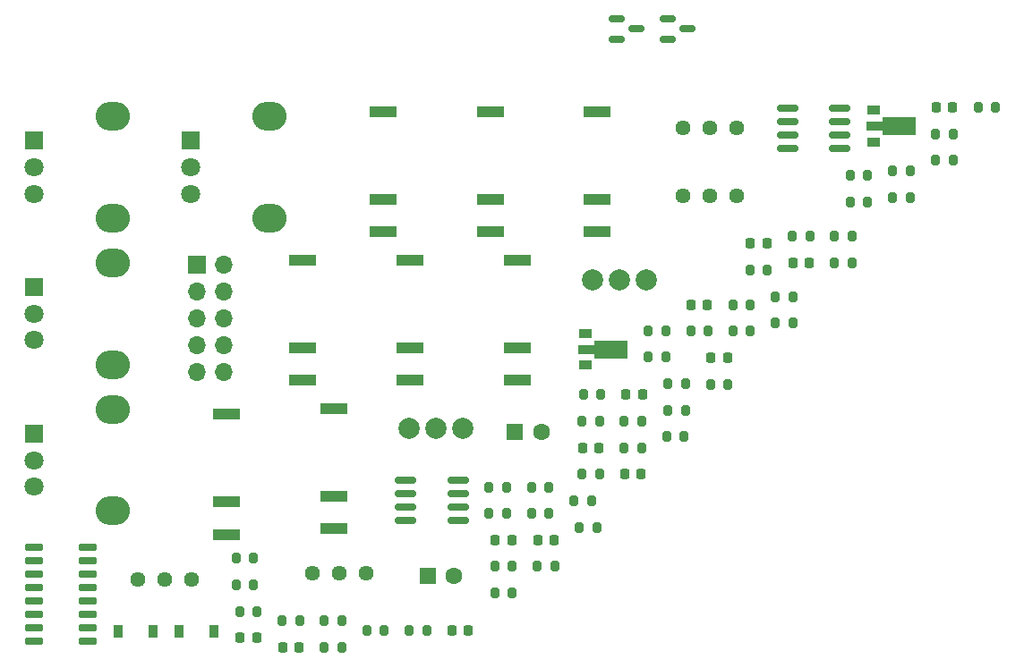
<source format=gbr>
%TF.GenerationSoftware,KiCad,Pcbnew,(6.0.9)*%
%TF.CreationDate,2022-12-23T01:27:24-06:00*%
%TF.ProjectId,CEM3340 VCO,43454d33-3334-4302-9056-434f2e6b6963,rev?*%
%TF.SameCoordinates,Original*%
%TF.FileFunction,Soldermask,Top*%
%TF.FilePolarity,Negative*%
%FSLAX46Y46*%
G04 Gerber Fmt 4.6, Leading zero omitted, Abs format (unit mm)*
G04 Created by KiCad (PCBNEW (6.0.9)) date 2022-12-23 01:27:24*
%MOMM*%
%LPD*%
G01*
G04 APERTURE LIST*
G04 Aperture macros list*
%AMRoundRect*
0 Rectangle with rounded corners*
0 $1 Rounding radius*
0 $2 $3 $4 $5 $6 $7 $8 $9 X,Y pos of 4 corners*
0 Add a 4 corners polygon primitive as box body*
4,1,4,$2,$3,$4,$5,$6,$7,$8,$9,$2,$3,0*
0 Add four circle primitives for the rounded corners*
1,1,$1+$1,$2,$3*
1,1,$1+$1,$4,$5*
1,1,$1+$1,$6,$7*
1,1,$1+$1,$8,$9*
0 Add four rect primitives between the rounded corners*
20,1,$1+$1,$2,$3,$4,$5,0*
20,1,$1+$1,$4,$5,$6,$7,0*
20,1,$1+$1,$6,$7,$8,$9,0*
20,1,$1+$1,$8,$9,$2,$3,0*%
%AMFreePoly0*
4,1,9,3.862500,-0.866500,0.737500,-0.866500,0.737500,-0.450000,-0.737500,-0.450000,-0.737500,0.450000,0.737500,0.450000,0.737500,0.866500,3.862500,0.866500,3.862500,-0.866500,3.862500,-0.866500,$1*%
G04 Aperture macros list end*
%ADD10RoundRect,0.150000X-0.825000X-0.150000X0.825000X-0.150000X0.825000X0.150000X-0.825000X0.150000X0*%
%ADD11RoundRect,0.200000X-0.200000X-0.275000X0.200000X-0.275000X0.200000X0.275000X-0.200000X0.275000X0*%
%ADD12C,1.440000*%
%ADD13O,3.240000X2.720000*%
%ADD14R,1.800000X1.800000*%
%ADD15C,1.800000*%
%ADD16RoundRect,0.225000X-0.225000X-0.250000X0.225000X-0.250000X0.225000X0.250000X-0.225000X0.250000X0*%
%ADD17RoundRect,0.150000X-0.725000X-0.150000X0.725000X-0.150000X0.725000X0.150000X-0.725000X0.150000X0*%
%ADD18R,2.500000X1.000000*%
%ADD19RoundRect,0.150000X-0.587500X-0.150000X0.587500X-0.150000X0.587500X0.150000X-0.587500X0.150000X0*%
%ADD20R,1.600000X1.600000*%
%ADD21C,1.600000*%
%ADD22C,2.000000*%
%ADD23R,0.900000X1.200000*%
%ADD24R,1.300000X0.900000*%
%ADD25FreePoly0,0.000000*%
%ADD26R,1.700000X1.700000*%
%ADD27O,1.700000X1.700000*%
G04 APERTURE END LIST*
D10*
%TO.C,U1*%
X103795000Y-106195000D03*
X103795000Y-107465000D03*
X103795000Y-108735000D03*
X103795000Y-110005000D03*
X108745000Y-110005000D03*
X108745000Y-108735000D03*
X108745000Y-107465000D03*
X108745000Y-106195000D03*
%TD*%
D11*
%TO.C,R33*%
X104115000Y-120430000D03*
X105765000Y-120430000D03*
%TD*%
%TO.C,R19*%
X116215000Y-114400000D03*
X117865000Y-114400000D03*
%TD*%
D12*
%TO.C,RV6*%
X100020000Y-115040000D03*
X97480000Y-115040000D03*
X94940000Y-115040000D03*
%TD*%
D13*
%TO.C,RV1*%
X76120000Y-99540000D03*
X76120000Y-109140000D03*
D14*
X68620000Y-101840000D03*
D15*
X68620000Y-104340000D03*
X68620000Y-106840000D03*
%TD*%
D16*
%TO.C,C12*%
X92135000Y-122030000D03*
X93685000Y-122030000D03*
%TD*%
D11*
%TO.C,R27*%
X128595000Y-99610000D03*
X130245000Y-99610000D03*
%TD*%
%TO.C,R15*%
X124465000Y-100640000D03*
X126115000Y-100640000D03*
%TD*%
D10*
%TO.C,U2*%
X139895000Y-70985000D03*
X139895000Y-72255000D03*
X139895000Y-73525000D03*
X139895000Y-74795000D03*
X144845000Y-74795000D03*
X144845000Y-73525000D03*
X144845000Y-72255000D03*
X144845000Y-70985000D03*
%TD*%
D17*
%TO.C,U3*%
X68595000Y-112555000D03*
X68595000Y-113825000D03*
X68595000Y-115095000D03*
X68595000Y-116365000D03*
X68595000Y-117635000D03*
X68595000Y-118905000D03*
X68595000Y-120175000D03*
X68595000Y-121445000D03*
X73745000Y-121445000D03*
X73745000Y-120175000D03*
X73745000Y-118905000D03*
X73745000Y-117635000D03*
X73745000Y-116365000D03*
X73745000Y-115095000D03*
X73745000Y-113825000D03*
X73745000Y-112555000D03*
%TD*%
D11*
%TO.C,R23*%
X145835000Y-79880000D03*
X147485000Y-79880000D03*
%TD*%
D13*
%TO.C,RV3*%
X76120000Y-85670000D03*
X76120000Y-95270000D03*
D14*
X68620000Y-87970000D03*
D15*
X68620000Y-90470000D03*
X68620000Y-92970000D03*
%TD*%
D11*
%TO.C,R16*%
X134745000Y-89610000D03*
X136395000Y-89610000D03*
%TD*%
%TO.C,R7*%
X138755000Y-91350000D03*
X140405000Y-91350000D03*
%TD*%
D18*
%TO.C,J6*%
X104170000Y-96770000D03*
X104170000Y-93670000D03*
X104170000Y-85370000D03*
%TD*%
D19*
%TO.C,Q1*%
X128602500Y-62550000D03*
X128602500Y-64450000D03*
X130477500Y-63500000D03*
%TD*%
D16*
%TO.C,C6*%
X124635000Y-98130000D03*
X126185000Y-98130000D03*
%TD*%
%TO.C,C5*%
X130785000Y-89610000D03*
X132335000Y-89610000D03*
%TD*%
D11*
%TO.C,R28*%
X140345000Y-83160000D03*
X141995000Y-83160000D03*
%TD*%
D20*
%TO.C,C11*%
X114105241Y-101690000D03*
D21*
X116605241Y-101690000D03*
%TD*%
D11*
%TO.C,R30*%
X96095000Y-122030000D03*
X97745000Y-122030000D03*
%TD*%
D16*
%TO.C,C3*%
X116265000Y-111890000D03*
X117815000Y-111890000D03*
%TD*%
D11*
%TO.C,R26*%
X87725000Y-116150000D03*
X89375000Y-116150000D03*
%TD*%
D12*
%TO.C,RV8*%
X135120000Y-72890000D03*
X132580000Y-72890000D03*
X130040000Y-72890000D03*
%TD*%
D16*
%TO.C,C15*%
X88125000Y-121170000D03*
X89675000Y-121170000D03*
%TD*%
D18*
%TO.C,J8*%
X86820000Y-111390000D03*
X86820000Y-108290000D03*
X86820000Y-99990000D03*
%TD*%
D12*
%TO.C,RV7*%
X135120000Y-79340000D03*
X132580000Y-79340000D03*
X130040000Y-79340000D03*
%TD*%
D22*
%TO.C,SW2*%
X121480000Y-87275000D03*
X124020000Y-87275000D03*
X126560000Y-87275000D03*
%TD*%
D11*
%TO.C,R32*%
X88075000Y-118660000D03*
X89725000Y-118660000D03*
%TD*%
%TO.C,R11*%
X128475000Y-102120000D03*
X130125000Y-102120000D03*
%TD*%
D16*
%TO.C,C9*%
X140395000Y-85670000D03*
X141945000Y-85670000D03*
%TD*%
D11*
%TO.C,R17*%
X115685000Y-109380000D03*
X117335000Y-109380000D03*
%TD*%
D18*
%TO.C,J2*%
X111770000Y-82720000D03*
X111770000Y-79620000D03*
X111770000Y-71320000D03*
%TD*%
D11*
%TO.C,R40*%
X145835000Y-77370000D03*
X147485000Y-77370000D03*
%TD*%
%TO.C,R14*%
X153925000Y-75940000D03*
X155575000Y-75940000D03*
%TD*%
%TO.C,R41*%
X120455000Y-100640000D03*
X122105000Y-100640000D03*
%TD*%
%TO.C,R18*%
X128595000Y-97100000D03*
X130245000Y-97100000D03*
%TD*%
D13*
%TO.C,RV4*%
X90920000Y-81400000D03*
X90920000Y-71800000D03*
D14*
X83420000Y-74100000D03*
D15*
X83420000Y-76600000D03*
X83420000Y-79100000D03*
%TD*%
D11*
%TO.C,R2*%
X126725000Y-94590000D03*
X128375000Y-94590000D03*
%TD*%
D18*
%TO.C,J4*%
X96970000Y-110820000D03*
X96970000Y-107720000D03*
X96970000Y-99420000D03*
%TD*%
D11*
%TO.C,R9*%
X132605000Y-97140000D03*
X134255000Y-97140000D03*
%TD*%
D18*
%TO.C,J7*%
X114320000Y-96770000D03*
X114320000Y-93670000D03*
X114320000Y-85370000D03*
%TD*%
D11*
%TO.C,R6*%
X120575000Y-98130000D03*
X122225000Y-98130000D03*
%TD*%
%TO.C,R39*%
X138755000Y-88840000D03*
X140405000Y-88840000D03*
%TD*%
D16*
%TO.C,C8*%
X124515000Y-105660000D03*
X126065000Y-105660000D03*
%TD*%
D11*
%TO.C,R21*%
X134745000Y-92120000D03*
X136395000Y-92120000D03*
%TD*%
D22*
%TO.C,SW1*%
X104130000Y-101325000D03*
X106670000Y-101325000D03*
X109210000Y-101325000D03*
%TD*%
D11*
%TO.C,R25*%
X153925000Y-73430000D03*
X155575000Y-73430000D03*
%TD*%
%TO.C,R43*%
X115685000Y-106870000D03*
X117335000Y-106870000D03*
%TD*%
%TO.C,R12*%
X112205000Y-114400000D03*
X113855000Y-114400000D03*
%TD*%
D16*
%TO.C,C7*%
X120505000Y-103150000D03*
X122055000Y-103150000D03*
%TD*%
D18*
%TO.C,J1*%
X94020000Y-96770000D03*
X94020000Y-93670000D03*
X94020000Y-85370000D03*
%TD*%
D20*
%TO.C,C13*%
X105855241Y-115250000D03*
D21*
X108355241Y-115250000D03*
%TD*%
D11*
%TO.C,R8*%
X96095000Y-119520000D03*
X97745000Y-119520000D03*
%TD*%
%TO.C,R22*%
X111675000Y-106870000D03*
X113325000Y-106870000D03*
%TD*%
D16*
%TO.C,C4*%
X153975000Y-70920000D03*
X155525000Y-70920000D03*
%TD*%
D11*
%TO.C,R38*%
X119695000Y-108170000D03*
X121345000Y-108170000D03*
%TD*%
%TO.C,R37*%
X144355000Y-83160000D03*
X146005000Y-83160000D03*
%TD*%
%TO.C,R4*%
X92085000Y-119520000D03*
X93735000Y-119520000D03*
%TD*%
D12*
%TO.C,RV5*%
X83520000Y-115610000D03*
X80980000Y-115610000D03*
X78440000Y-115610000D03*
%TD*%
D23*
%TO.C,D1*%
X76620000Y-120510000D03*
X79920000Y-120510000D03*
%TD*%
D11*
%TO.C,R35*%
X126725000Y-92080000D03*
X128375000Y-92080000D03*
%TD*%
%TO.C,R29*%
X120225000Y-110680000D03*
X121875000Y-110680000D03*
%TD*%
D24*
%TO.C,U5*%
X148020000Y-71190000D03*
D25*
X148107500Y-72690000D03*
D24*
X148020000Y-74190000D03*
%TD*%
D11*
%TO.C,R31*%
X136335000Y-86330000D03*
X137985000Y-86330000D03*
%TD*%
D19*
%TO.C,Q2*%
X123712500Y-62550000D03*
X123712500Y-64450000D03*
X125587500Y-63500000D03*
%TD*%
D26*
%TO.C,J5*%
X84070000Y-85860000D03*
D27*
X86610000Y-85860000D03*
X84070000Y-88400000D03*
X86610000Y-88400000D03*
X84070000Y-90940000D03*
X86610000Y-90940000D03*
X84070000Y-93480000D03*
X86610000Y-93480000D03*
X84070000Y-96020000D03*
X86610000Y-96020000D03*
%TD*%
D23*
%TO.C,D2*%
X82370000Y-120510000D03*
X85670000Y-120510000D03*
%TD*%
D16*
%TO.C,C2*%
X108175000Y-120430000D03*
X109725000Y-120430000D03*
%TD*%
%TO.C,C10*%
X132655000Y-94630000D03*
X134205000Y-94630000D03*
%TD*%
D11*
%TO.C,R5*%
X130735000Y-92120000D03*
X132385000Y-92120000D03*
%TD*%
D16*
%TO.C,C1*%
X136385000Y-83820000D03*
X137935000Y-83820000D03*
%TD*%
D24*
%TO.C,U4*%
X120820000Y-92350000D03*
D25*
X120907500Y-93850000D03*
D24*
X120820000Y-95350000D03*
%TD*%
D11*
%TO.C,R1*%
X124465000Y-103150000D03*
X126115000Y-103150000D03*
%TD*%
%TO.C,R44*%
X120455000Y-105660000D03*
X122105000Y-105660000D03*
%TD*%
%TO.C,R24*%
X100105000Y-120430000D03*
X101755000Y-120430000D03*
%TD*%
%TO.C,R20*%
X144355000Y-85670000D03*
X146005000Y-85670000D03*
%TD*%
%TO.C,R42*%
X149845000Y-76970000D03*
X151495000Y-76970000D03*
%TD*%
D18*
%TO.C,J3*%
X121920000Y-82720000D03*
X121920000Y-79620000D03*
X121920000Y-71320000D03*
%TD*%
D11*
%TO.C,R36*%
X112205000Y-116910000D03*
X113855000Y-116910000D03*
%TD*%
D16*
%TO.C,C14*%
X112255000Y-111890000D03*
X113805000Y-111890000D03*
%TD*%
D11*
%TO.C,R13*%
X157935000Y-70920000D03*
X159585000Y-70920000D03*
%TD*%
%TO.C,R3*%
X111675000Y-109380000D03*
X113325000Y-109380000D03*
%TD*%
D18*
%TO.C,J9*%
X101620000Y-82720000D03*
X101620000Y-79620000D03*
X101620000Y-71320000D03*
%TD*%
D11*
%TO.C,R10*%
X149845000Y-79480000D03*
X151495000Y-79480000D03*
%TD*%
%TO.C,R34*%
X87725000Y-113640000D03*
X89375000Y-113640000D03*
%TD*%
D13*
%TO.C,RV2*%
X76120000Y-81400000D03*
X76120000Y-71800000D03*
D14*
X68620000Y-74100000D03*
D15*
X68620000Y-76600000D03*
X68620000Y-79100000D03*
%TD*%
M02*

</source>
